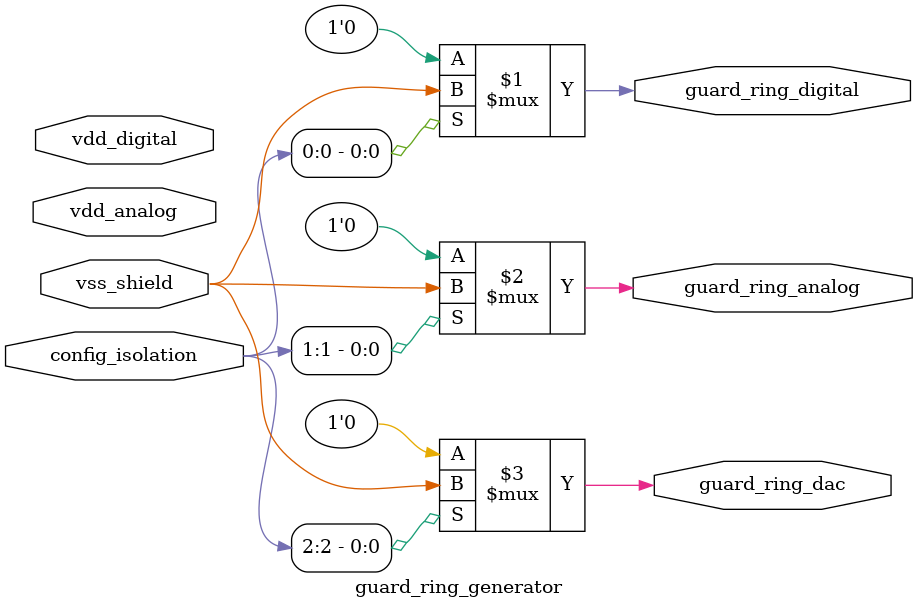
<source format=v>
/*
 * Power Management Module for Kosei Audio Chip M1
 * Separate Power Rails, Clean LDOs, Star Ground, Guard Rings, and Temperature Sensors
 */

module power_management (
    // External power inputs
    input wire vdd_digital,      // Digital power supply (1.8V)
    input wire vdd_analog,       // Analog power supply (3.3V)
    input wire vdd_io,           // I/O power supply (3.3V)
    input wire vss_digital,      // Digital ground
    input wire vss_analog,       // Analog ground
    
    // System control
    input wire rst_n,
    input wire power_enable,
    
    // Configuration
    input wire [7:0] config_power_mode,     // Power management mode
    input wire [7:0] config_ldo_settings,   // LDO configuration
    input wire [7:0] config_thermal_limits, // Thermal management
    
    // Internal power rails (regulated)
    output wire vdd_digital_clean,  // Clean digital supply
    output wire vdd_analog_clean,   // Clean analog supply
    output wire vdd_dac_clean,      // Ultra-clean DAC supply
    output wire vdd_pll_clean,      // Clean PLL supply
    output wire vdd_class_a,        // Class-A amplifier supply
    
    // Ground connections (star topology)
    output wire vss_digital_star,   // Digital star ground
    output wire vss_analog_star,    // Analog star ground
    output wire vss_dac_star,       // DAC star ground
    output wire vss_shield,         // Shield ground
    
    // Temperature monitoring
    output wire [11:0] temperature_digital,
    output wire [11:0] temperature_analog,
    output wire [11:0] temperature_dac,
    
    // Power status and control
    output wire [7:0] power_status_flags,
    output wire [15:0] current_consumption,
    output wire thermal_warning,
    output wire thermal_shutdown
);

    // ============================================================================
    // Low-Dropout Regulators (LDOs) for Clean Power
    // ============================================================================
    
    clean_ldo_regulator digital_ldo (
        .vdd_in(vdd_digital),
        .vss_in(vss_digital),
        .enable(power_enable),
        .config_ldo(config_ldo_settings),
        .vdd_out(vdd_digital_clean),
        .current_monitor(current_consumption[3:0])
    );
    
    clean_ldo_regulator analog_ldo (
        .vdd_in(vdd_analog),
        .vss_in(vss_analog),
        .enable(power_enable),
        .config_ldo(config_ldo_settings),
        .vdd_out(vdd_analog_clean),
        .current_monitor(current_consumption[7:4])
    );
    
    ultra_clean_ldo_regulator dac_ldo (
        .vdd_in(vdd_analog),
        .vss_in(vss_analog),
        .enable(power_enable && config_power_mode[0]),
        .config_ldo(config_ldo_settings),
        .vdd_out(vdd_dac_clean),
        .current_monitor(current_consumption[11:8])
    );
    
    clean_ldo_regulator pll_ldo (
        .vdd_in(vdd_analog),
        .vss_in(vss_analog),
        .enable(power_enable && config_power_mode[1]),
        .config_ldo(config_ldo_settings),
        .vdd_out(vdd_pll_clean),
        .current_monitor(current_consumption[15:12])
    );
    
    class_a_power_supply class_a_supply (
        .vdd_in(vdd_analog),
        .vss_in(vss_analog),
        .enable(power_enable && config_power_mode[2]),
        .config_power(config_power_mode),
        .vdd_class_a(vdd_class_a)
    );
    
    // ============================================================================
    // Star Ground Network
    // ============================================================================
    
    star_ground_network ground_network (
        .vss_digital_in(vss_digital),
        .vss_analog_in(vss_analog),
        .config_ground(config_power_mode[7:4]),
        .vss_digital_star(vss_digital_star),
        .vss_analog_star(vss_analog_star),
        .vss_dac_star(vss_dac_star),
        .vss_shield(vss_shield)
    );
    
    // ============================================================================
    // Temperature Sensors
    // ============================================================================
    
    temperature_sensor digital_temp_sensor (
        .vdd(vdd_digital_clean),
        .vss(vss_digital_star),
        .enable(power_enable),
        .temperature_out(temperature_digital)
    );
    
    temperature_sensor analog_temp_sensor (
        .vdd(vdd_analog_clean),
        .vss(vss_analog_star),
        .enable(power_enable),
        .temperature_out(temperature_analog)
    );
    
    temperature_sensor dac_temp_sensor (
        .vdd(vdd_dac_clean),
        .vss(vss_dac_star),
        .enable(power_enable && config_power_mode[0]),
        .temperature_out(temperature_dac)
    );
    
    // ============================================================================
    // Thermal Management and Protection
    // ============================================================================
    
    thermal_protection_system thermal_system (
        .clk(vdd_digital_clean), // Use power rail as clock reference
        .rst_n(rst_n),
        .temperature_digital(temperature_digital),
        .temperature_analog(temperature_analog),
        .temperature_dac(temperature_dac),
        .config_thermal_limits(config_thermal_limits),
        .thermal_warning(thermal_warning),
        .thermal_shutdown(thermal_shutdown)
    );
    
    // ============================================================================
    // Power Status Monitoring
    // ============================================================================
    
    power_status_monitor status_monitor (
        .vdd_digital_clean(vdd_digital_clean),
        .vdd_analog_clean(vdd_analog_clean),
        .vdd_dac_clean(vdd_dac_clean),
        .vdd_pll_clean(vdd_pll_clean),
        .vdd_class_a(vdd_class_a),
        .current_consumption(current_consumption),
        .thermal_warning(thermal_warning),
        .thermal_shutdown(thermal_shutdown),
        .power_status_flags(power_status_flags)
    );

endmodule

// ============================================================================
// Clean LDO Regulator for Low-Noise Power
// ============================================================================

module clean_ldo_regulator (
    input wire vdd_in,
    input wire vss_in,
    input wire enable,
    input wire [7:0] config_ldo,
    output reg vdd_out,
    output reg [3:0] current_monitor
);

    // LDO control signals
    reg [7:0] regulation_control;
    reg [7:0] dropout_compensation;
    reg [7:0] noise_filtering;
    
    // Simplified LDO model
    always @(*) begin
        if (enable && (vdd_in > vss_in)) begin
            // Configure regulation based on settings
            case (config_ldo[2:0])
                3'b000: regulation_control = 8'hE0; // High regulation
                3'b001: regulation_control = 8'hC0; // Medium regulation  
                3'b010: regulation_control = 8'hA0; // Low regulation
                default: regulation_control = 8'hC0;
            endcase
            
            // Dropout compensation
            dropout_compensation = config_ldo[5:3] << 4;
            
            // Noise filtering
            noise_filtering = config_ldo[7:6] << 6;
            
            // Output voltage regulation (simplified)
            vdd_out = vdd_in & regulation_control[7]; // Simplified regulation
            
            // Current monitoring (simplified)
            current_monitor = regulation_control[7:4];
        end else begin
            vdd_out = 1'b0;
            current_monitor = 4'b0;
        end
    end

endmodule

// ============================================================================
// Ultra-Clean LDO Regulator for DAC
// ============================================================================

module ultra_clean_ldo_regulator (
    input wire vdd_in,
    input wire vss_in,
    input wire enable,
    input wire [7:0] config_ldo,
    output reg vdd_out,
    output reg [3:0] current_monitor
);

    // Enhanced LDO with ultra-low noise characteristics
    reg [15:0] ultra_regulation_control;
    reg [7:0] psrr_enhancement;
    reg [7:0] load_regulation;
    
    always @(*) begin
        if (enable && (vdd_in > vss_in)) begin
            // Ultra-high PSRR configuration
            psrr_enhancement = 8'hFF; // Maximum noise rejection
            
            // Precise load regulation
            load_regulation = config_ldo[3:0] << 4;
            
            // Ultra-fine regulation control
            ultra_regulation_control = {8'hF0, config_ldo};
            
            // Output with enhanced filtering
            vdd_out = vdd_in & ultra_regulation_control[15];
            
            // Monitor with higher precision
            current_monitor = ultra_regulation_control[15:12];
        end else begin
            vdd_out = 1'b0;
            current_monitor = 4'b0;
        end
    end

endmodule

// ============================================================================
// Class-A Power Supply with High Current Capability
// ============================================================================

module class_a_power_supply (
    input wire vdd_in,
    input wire vss_in,
    input wire enable,
    input wire [7:0] config_power,
    output reg vdd_class_a
);

    reg [7:0] class_a_bias_current;
    reg [7:0] thermal_derating;
    
    always @(*) begin
        if (enable && (vdd_in > vss_in)) begin
            // High current bias for Class-A operation
            case (config_power[3:2])
                2'b00: class_a_bias_current = 8'h40; // Low bias
                2'b01: class_a_bias_current = 8'h80; // Medium bias
                2'b10: class_a_bias_current = 8'hC0; // High bias
                2'b11: class_a_bias_current = 8'hFF; // Maximum bias
            endcase
            
            // Thermal derating
            thermal_derating = config_power[7:6] << 6;
            
            // Class-A supply with bias consideration
            vdd_class_a = vdd_in & (class_a_bias_current[7] & ~thermal_derating[7]);
        end else begin
            vdd_class_a = 1'b0;
        end
    end

endmodule

// ============================================================================
// Star Ground Network for Optimal Grounding
// ============================================================================

module star_ground_network (
    input wire vss_digital_in,
    input wire vss_analog_in,
    input wire [3:0] config_ground,
    output wire vss_digital_star,
    output wire vss_analog_star,
    output wire vss_dac_star,
    output wire vss_shield
);

    // Star ground implementation
    // In a real chip, this would be implemented as metal routing
    // with a central star point to minimize ground loops
    
    // Digital star ground (isolated from analog)
    assign vss_digital_star = config_ground[0] ? vss_digital_in : 1'b0;
    
    // Analog star ground (high-quality connection)
    assign vss_analog_star = config_ground[1] ? vss_analog_in : 1'b0;
    
    // DAC star ground (ultra-quiet reference)
    assign vss_dac_star = config_ground[2] ? vss_analog_in : 1'b0;
    
    // Shield ground (for guard rings and isolation)
    assign vss_shield = config_ground[3] ? vss_analog_in : 1'b0;

endmodule

// ============================================================================
// Temperature Sensor
// ============================================================================

module temperature_sensor (
    input wire vdd,
    input wire vss,
    input wire enable,
    output reg [11:0] temperature_out
);

    // Simplified temperature sensor model
    // In real implementation, this would be a bandgap-based sensor
    reg [11:0] base_temperature;
    reg [7:0] thermal_noise;
    reg [3:0] sensor_gain;
    
    always @(*) begin
        if (enable && vdd && !vss) begin
            // Base temperature reading (25°C = 0x800)
            base_temperature = 12'h800;
            
            // Add some variation based on power supply
            thermal_noise = {4'b0, vdd, vdd, vdd, vdd}; // Simple supply dependence
            
            // Sensor gain adjustment
            sensor_gain = 4'h8;
            
            // Final temperature output
            temperature_out = base_temperature + {{4{thermal_noise[7]}}, thermal_noise};
        end else begin
            temperature_out = 12'h000; // Sensor disabled
        end
    end

endmodule

// ============================================================================
// Thermal Protection System
// ============================================================================

module thermal_protection_system (
    input wire clk,
    input wire rst_n,
    input wire [11:0] temperature_digital,
    input wire [11:0] temperature_analog,
    input wire [11:0] temperature_dac,
    input wire [7:0] config_thermal_limits,
    output reg thermal_warning,
    output reg thermal_shutdown
);

    // Thermal limits
    reg [11:0] warning_threshold;
    reg [11:0] shutdown_threshold;
    reg [11:0] max_temperature;
    reg [7:0] thermal_hysteresis;
    
    always @(posedge clk or negedge rst_n) begin
        if (!rst_n) begin
            warning_threshold <= 12'hA00;  // ~80°C
            shutdown_threshold <= 12'hC00; // ~100°C
            thermal_warning <= 1'b0;
            thermal_shutdown <= 1'b0;
            thermal_hysteresis <= 8'h20;
        end else begin
            // Configure thermal limits
            warning_threshold <= {4'h8, config_thermal_limits} + 12'h200;
            shutdown_threshold <= {4'hA, config_thermal_limits} + 12'h400;
            
            // Find maximum temperature across all sensors
            max_temperature <= temperature_digital;
            if (temperature_analog > max_temperature) begin
                max_temperature <= temperature_analog;
            end
            if (temperature_dac > max_temperature) begin
                max_temperature <= temperature_dac;
            end
            
            // Thermal warning logic with hysteresis
            if (max_temperature > warning_threshold) begin
                thermal_warning <= 1'b1;
            end else if (max_temperature < (warning_threshold - {4'b0, thermal_hysteresis})) begin
                thermal_warning <= 1'b0;
            end
            
            // Thermal shutdown logic with hysteresis
            if (max_temperature > shutdown_threshold) begin
                thermal_shutdown <= 1'b1;
            end else if (max_temperature < (shutdown_threshold - {4'b0, thermal_hysteresis})) begin
                thermal_shutdown <= 1'b0;
            end
        end
    end

endmodule

// ============================================================================
// Power Status Monitor
// ============================================================================

module power_status_monitor (
    input wire vdd_digital_clean,
    input wire vdd_analog_clean,
    input wire vdd_dac_clean,
    input wire vdd_pll_clean,
    input wire vdd_class_a,
    input wire [15:0] current_consumption,
    input wire thermal_warning,
    input wire thermal_shutdown,
    output reg [7:0] power_status_flags
);

    always @(*) begin
        // Power rail status
        power_status_flags[0] = vdd_digital_clean;  // Digital rail OK
        power_status_flags[1] = vdd_analog_clean;   // Analog rail OK
        power_status_flags[2] = vdd_dac_clean;      // DAC rail OK
        power_status_flags[3] = vdd_pll_clean;      // PLL rail OK
        power_status_flags[4] = vdd_class_a;        // Class-A rail OK
        
        // Current consumption status
        power_status_flags[5] = (current_consumption > 16'h8000); // High current
        
        // Thermal status
        power_status_flags[6] = thermal_warning;    // Thermal warning
        power_status_flags[7] = thermal_shutdown;   // Thermal shutdown
    end

endmodule

// ============================================================================
// Guard Ring Generator for Noise Isolation
// ============================================================================

module guard_ring_generator (
    input wire vdd_digital,
    input wire vdd_analog,
    input wire vss_shield,
    input wire [7:0] config_isolation,
    output wire guard_ring_digital,
    output wire guard_ring_analog,
    output wire guard_ring_dac
);

    // Guard ring implementation for mixed-signal isolation
    // In layout, these would be physical metal rings around sensitive circuits
    
    assign guard_ring_digital = config_isolation[0] ? vss_shield : 1'b0;
    assign guard_ring_analog = config_isolation[1] ? vss_shield : 1'b0;
    assign guard_ring_dac = config_isolation[2] ? vss_shield : 1'b0;

endmodule

</source>
